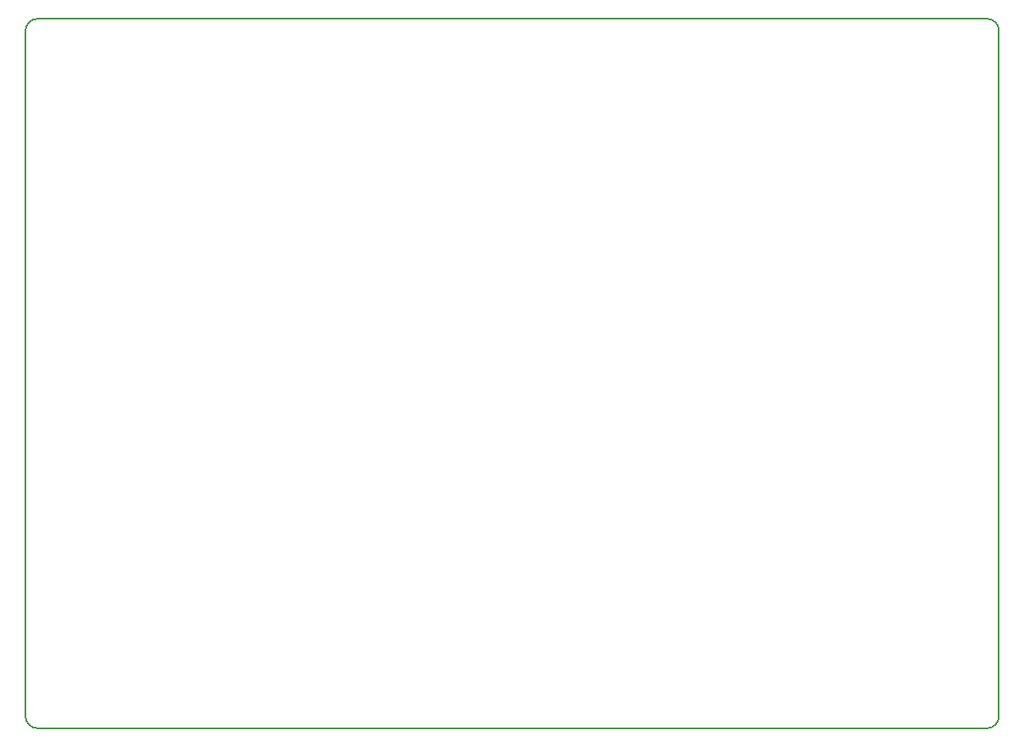
<source format=gbr>
G04 #@! TF.GenerationSoftware,KiCad,Pcbnew,5.0.2+dfsg1-1*
G04 #@! TF.CreationDate,2020-11-04T14:27:09+01:00*
G04 #@! TF.ProjectId,CoreSchematic,436f7265-5363-4686-956d-617469632e6b,rev?*
G04 #@! TF.SameCoordinates,Original*
G04 #@! TF.FileFunction,Profile,NP*
%FSLAX46Y46*%
G04 Gerber Fmt 4.6, Leading zero omitted, Abs format (unit mm)*
G04 Created by KiCad (PCBNEW 5.0.2+dfsg1-1) date Wed 04 Nov 2020 14:27:09 CET*
%MOMM*%
%LPD*%
G01*
G04 APERTURE LIST*
%ADD10C,0.200000*%
G04 APERTURE END LIST*
D10*
X93538000Y-54172000D02*
G75*
G03X92338000Y-55372000I0J-1200000D01*
G01*
X92338000Y-123972000D02*
G75*
G03X93538000Y-125172000I1200000J0D01*
G01*
X188538000Y-125172000D02*
X93538000Y-125172000D01*
X188538000Y-125172000D02*
G75*
G03X189738000Y-123972000I0J1200000D01*
G01*
X189738000Y-55372000D02*
G75*
G03X188538000Y-54172000I-1200000J0D01*
G01*
X95609163Y-54172000D02*
X188538000Y-54172000D01*
X92338000Y-55372000D02*
X92338000Y-123972000D01*
X93538000Y-54172000D02*
X95609163Y-54172000D01*
X189738000Y-55372000D02*
X189738000Y-123972000D01*
M02*

</source>
